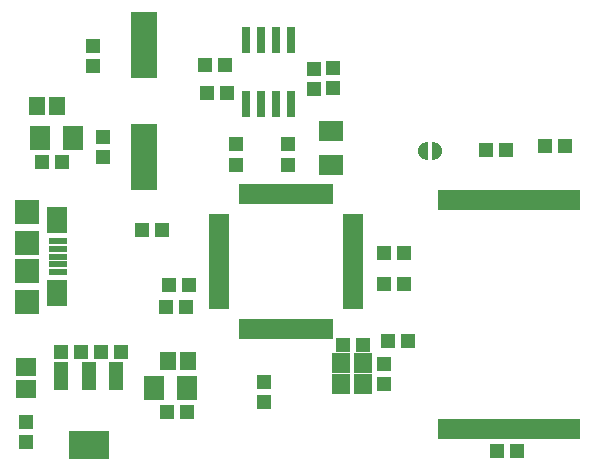
<source format=gbr>
G04 DipTrace 3.0.0.2*
G04 TopMask.gbr*
%MOIN*%
G04 #@! TF.FileFunction,Soldermask,Top*
G04 #@! TF.Part,Single*
%AMOUTLINE1*
4,1,31,
0.016437,-0.029148,
0.016437,0.029148,
0.009475,0.028784,
0.006482,0.02831,
0.003556,0.027526,
0.000728,0.02644,
-0.001971,0.025065,
-0.004512,0.023415,
-0.006866,0.021509,
-0.009009,0.019366,
-0.010915,0.017012,
-0.012565,0.014471,
-0.01394,0.011772,
-0.015026,0.008944,
-0.01581,0.006018,
-0.016284,0.003025,
-0.016442,0.0,
-0.016284,-0.003025,
-0.01581,-0.006018,
-0.015026,-0.008944,
-0.01394,-0.011772,
-0.012565,-0.014471,
-0.010915,-0.017012,
-0.009009,-0.019366,
-0.006866,-0.021509,
-0.004512,-0.023415,
-0.001971,-0.025065,
0.000728,-0.02644,
0.003556,-0.027526,
0.006482,-0.02831,
0.009475,-0.028784,
0.016437,-0.029148,
0*%
%AMOUTLINE4*
4,1,31,
-0.016437,0.029148,
-0.016437,-0.029148,
-0.009475,-0.028784,
-0.006482,-0.02831,
-0.003556,-0.027526,
-0.000728,-0.02644,
0.001971,-0.025065,
0.004512,-0.023415,
0.006866,-0.021509,
0.009009,-0.019366,
0.010915,-0.017012,
0.012565,-0.014471,
0.01394,-0.011772,
0.015026,-0.008944,
0.01581,-0.006018,
0.016284,-0.003025,
0.016442,0.0,
0.016284,0.003025,
0.01581,0.006018,
0.015026,0.008944,
0.01394,0.011772,
0.012565,0.014471,
0.010915,0.017012,
0.009009,0.019366,
0.006866,0.021509,
0.004512,0.023415,
0.001971,0.025065,
-0.000728,0.02644,
-0.003556,0.027526,
-0.006482,0.02831,
-0.009475,0.028784,
-0.016437,0.029148,
0*%
%ADD46R,0.086614X0.224409*%
%ADD48R,0.031496X0.086614*%
%ADD50R,0.135827X0.09252*%
%ADD52R,0.045276X0.09252*%
%ADD54R,0.019685X0.070866*%
%ADD56R,0.070866X0.019685*%
%ADD58R,0.059055X0.066929*%
%ADD60R,0.066929X0.059055*%
%ADD62R,0.055118X0.064961*%
%ADD64R,0.082677X0.082677*%
%ADD66R,0.082677X0.07874*%
%ADD68R,0.070866X0.090551*%
%ADD70R,0.061024X0.023622*%
%ADD72R,0.070866X0.07874*%
%ADD74R,0.047244X0.051181*%
%ADD76R,0.07874X0.070866*%
%ADD78R,0.051181X0.047244*%
%ADD84OUTLINE1*%
%ADD87OUTLINE4*%
%FSLAX26Y26*%
G04*
G70*
G90*
G75*
G01*
G04 TopMask*
%LPD*%
D78*
X568701Y818701D3*
X635630D3*
X766879D3*
X699950D3*
D76*
X1468701Y1443701D3*
Y1553937D3*
D74*
X706202Y1468701D3*
Y1535630D3*
X674952Y1837450D3*
Y1770521D3*
D72*
X987452Y699952D3*
X877215D3*
X498771Y1532037D3*
X609007D3*
D78*
X987450Y618700D3*
X920521D3*
X505021Y1450788D3*
X571950D3*
X993701Y1043701D3*
X926772D3*
X1643701Y1046701D3*
X1710630D3*
D74*
X1149950Y1443701D3*
Y1510630D3*
X1324950Y1443701D3*
Y1510630D3*
X1243701Y718701D3*
Y651772D3*
D78*
X1506201Y843701D3*
X1573130D3*
X1643701Y1149950D3*
X1710630D3*
X2087452Y487452D3*
X2020523D3*
D70*
X558023Y1187599D3*
Y1162008D3*
Y1136418D3*
Y1110827D3*
Y1085236D3*
D68*
X553101Y1258465D3*
Y1014370D3*
D66*
X452708Y1286024D3*
Y986811D3*
D64*
Y1183662D3*
Y1089173D3*
D62*
X924950Y787450D3*
X991879D3*
X555020Y1638288D3*
X488091D3*
D60*
X449952Y768701D3*
Y693898D3*
D74*
Y518701D3*
Y585630D3*
D78*
X918701Y968701D3*
X985630D3*
X837452Y1224950D3*
X904381D3*
D74*
X1643701Y712452D3*
Y779381D3*
D78*
X1656201Y856201D3*
X1723130D3*
X1122452Y1682201D3*
X1055523D3*
X1113452Y1775201D3*
X1046523D3*
D74*
X1474950Y1699952D3*
Y1766881D3*
X1412452Y1762450D3*
Y1695521D3*
D78*
X2049950Y1493701D3*
X1983021D3*
X2181201Y1506201D3*
X2248130D3*
D58*
X1499950Y711450D3*
X1574753D3*
X1499950Y781200D3*
X1574753D3*
D56*
X1093701Y1268701D3*
Y1249016D3*
Y1229331D3*
Y1209646D3*
Y1189961D3*
Y1170276D3*
Y1150591D3*
Y1130906D3*
Y1111221D3*
Y1091536D3*
Y1071851D3*
Y1052166D3*
Y1032481D3*
Y1012795D3*
Y993110D3*
Y973425D3*
D54*
X1170473Y896654D3*
X1190158D3*
X1209843D3*
X1229528D3*
X1249213D3*
X1268898D3*
X1288583D3*
X1308268D3*
X1327953D3*
X1347638D3*
X1367323D3*
X1387008D3*
X1406693D3*
X1426378D3*
X1446063D3*
X1465748D3*
D56*
X1542520Y973425D3*
Y993110D3*
Y1012795D3*
Y1032481D3*
Y1052166D3*
Y1071851D3*
Y1091536D3*
Y1111221D3*
Y1130906D3*
Y1150591D3*
Y1170276D3*
Y1189961D3*
Y1209646D3*
Y1229331D3*
Y1249016D3*
Y1268701D3*
D54*
X1465748Y1345473D3*
X1446063D3*
X1426378D3*
X1406693D3*
X1387008D3*
X1367323D3*
X1347638D3*
X1327953D3*
X1308268D3*
X1288583D3*
X1268898D3*
X1249213D3*
X1229528D3*
X1209843D3*
X1190158D3*
X1170473D3*
X2287450Y1324950D3*
X2267765D3*
X2248080D3*
X2228395D3*
X2208710D3*
X2189025D3*
X2169340D3*
X2149655D3*
X2129970D3*
X2110285D3*
X2090600D3*
X2070915D3*
X2051230D3*
X2031545D3*
X2011860D3*
X1992175D3*
X1972490D3*
X1952805D3*
X1933120D3*
X1913435D3*
X1893750D3*
X1874065D3*
X1854379D3*
X1834694D3*
Y561171D3*
X1854379D3*
X1874065D3*
X1893750D3*
X1913435D3*
X1933120D3*
X1952805D3*
X1972490D3*
X1992175D3*
X2011860D3*
X2031545D3*
X2051230D3*
X2070915D3*
X2090600D3*
X2110285D3*
X2129970D3*
X2149655D3*
X2169340D3*
X2189025D3*
X2208710D3*
X2228395D3*
X2248080D3*
X2267765D3*
X2287450D3*
D52*
X749950Y737450D3*
X659399D3*
X568848D3*
D50*
X659399Y509104D3*
D48*
X1184701Y1646201D3*
X1234701D3*
X1284701D3*
X1334701D3*
Y1858799D3*
X1284701D3*
X1234701D3*
X1184701D3*
D84*
X1774952Y1487450D3*
D87*
X1819952D3*
D46*
X843701Y1842717D3*
Y1468701D3*
M02*

</source>
